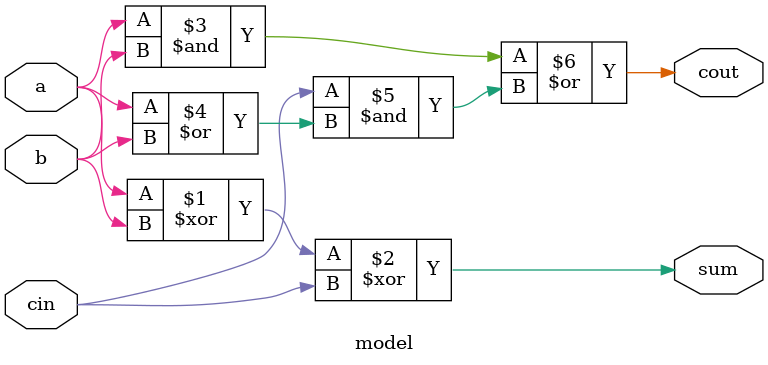
<source format=sv>
module model (
    input a,
    input b,
    input cin,
    output logic sum,
    output logic cout
);
    assign sum = a ^ b ^ cin;
    assign cout = (a & b) | (cin & (a | b));

endmodule
</source>
